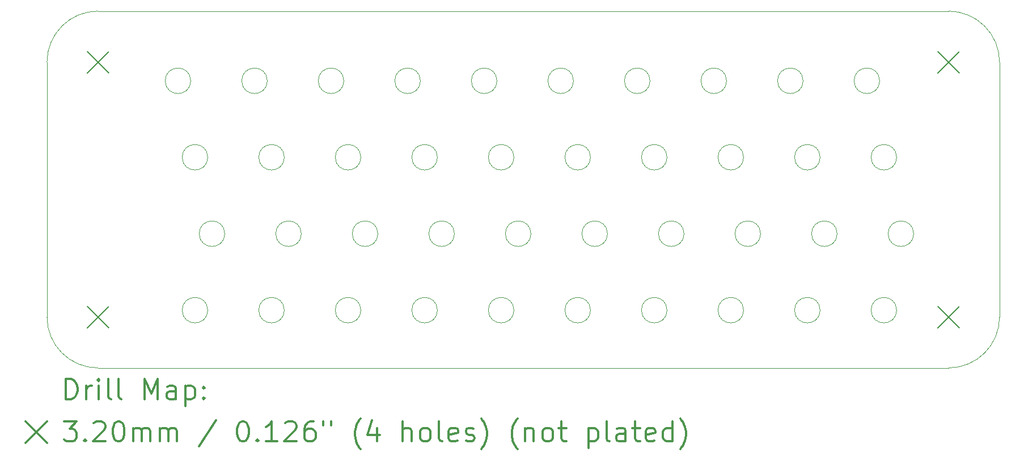
<source format=gbr>
%FSLAX45Y45*%
G04 Gerber Fmt 4.5, Leading zero omitted, Abs format (unit mm)*
G04 Created by KiCad (PCBNEW (5.1.2-1)-1) date 2023-07-30 19:34:41*
%MOMM*%
%LPD*%
G04 APERTURE LIST*
%ADD10C,0.050000*%
%ADD11C,0.200000*%
%ADD12C,0.300000*%
G04 APERTURE END LIST*
D10*
X13830300Y-10185400D02*
G75*
G03X13830300Y-10185400I-190500J0D01*
G01*
X12687300Y-10185400D02*
G75*
G03X12687300Y-10185400I-190500J0D01*
G01*
X5829300Y-12471400D02*
G75*
G03X5829300Y-12471400I-190500J0D01*
G01*
X6972300Y-12471400D02*
G75*
G03X6972300Y-12471400I-190500J0D01*
G01*
X8115300Y-12471400D02*
G75*
G03X8115300Y-12471400I-190500J0D01*
G01*
X9258300Y-12471400D02*
G75*
G03X9258300Y-12471400I-190500J0D01*
G01*
X10401300Y-12471400D02*
G75*
G03X10401300Y-12471400I-190500J0D01*
G01*
X11544300Y-12471400D02*
G75*
G03X11544300Y-12471400I-190500J0D01*
G01*
X12687300Y-12471400D02*
G75*
G03X12687300Y-12471400I-190500J0D01*
G01*
X13830300Y-12471400D02*
G75*
G03X13830300Y-12471400I-190500J0D01*
G01*
X14973300Y-12471400D02*
G75*
G03X14973300Y-12471400I-190500J0D01*
G01*
X16116300Y-12471400D02*
G75*
G03X16116300Y-12471400I-190500J0D01*
G01*
X16370300Y-11328400D02*
G75*
G03X16370300Y-11328400I-190500J0D01*
G01*
X15227300Y-11328400D02*
G75*
G03X15227300Y-11328400I-190500J0D01*
G01*
X14084300Y-11328400D02*
G75*
G03X14084300Y-11328400I-190500J0D01*
G01*
X12941300Y-11328400D02*
G75*
G03X12941300Y-11328400I-190500J0D01*
G01*
X11798300Y-11328400D02*
G75*
G03X11798300Y-11328400I-190500J0D01*
G01*
X10655300Y-11328400D02*
G75*
G03X10655300Y-11328400I-190500J0D01*
G01*
X9512300Y-11328400D02*
G75*
G03X9512300Y-11328400I-190500J0D01*
G01*
X8369300Y-11328400D02*
G75*
G03X8369300Y-11328400I-190500J0D01*
G01*
X7226300Y-11328400D02*
G75*
G03X7226300Y-11328400I-190500J0D01*
G01*
X6083300Y-11328400D02*
G75*
G03X6083300Y-11328400I-190500J0D01*
G01*
X6972300Y-10185400D02*
G75*
G03X6972300Y-10185400I-190500J0D01*
G01*
X8115300Y-10185400D02*
G75*
G03X8115300Y-10185400I-190500J0D01*
G01*
X9258300Y-10185400D02*
G75*
G03X9258300Y-10185400I-190500J0D01*
G01*
X10401300Y-10185400D02*
G75*
G03X10401300Y-10185400I-190500J0D01*
G01*
X11544300Y-10185400D02*
G75*
G03X11544300Y-10185400I-190500J0D01*
G01*
X14973300Y-10185400D02*
G75*
G03X14973300Y-10185400I-190500J0D01*
G01*
X16116300Y-10185400D02*
G75*
G03X16116300Y-10185400I-190500J0D01*
G01*
X15862300Y-9042400D02*
G75*
G03X15862300Y-9042400I-190500J0D01*
G01*
X14719300Y-9042400D02*
G75*
G03X14719300Y-9042400I-190500J0D01*
G01*
X13576300Y-9042400D02*
G75*
G03X13576300Y-9042400I-190500J0D01*
G01*
X12433300Y-9042400D02*
G75*
G03X12433300Y-9042400I-190500J0D01*
G01*
X11290300Y-9042400D02*
G75*
G03X11290300Y-9042400I-190500J0D01*
G01*
X10147300Y-9042400D02*
G75*
G03X10147300Y-9042400I-190500J0D01*
G01*
X9004300Y-9042400D02*
G75*
G03X9004300Y-9042400I-190500J0D01*
G01*
X7861300Y-9042400D02*
G75*
G03X7861300Y-9042400I-190500J0D01*
G01*
X6718300Y-9042400D02*
G75*
G03X6718300Y-9042400I-190500J0D01*
G01*
X5575300Y-9042400D02*
G75*
G03X5575300Y-9042400I-190500J0D01*
G01*
X16891000Y-13335000D02*
X4191000Y-13335000D01*
X17653000Y-8763000D02*
X17653000Y-12573000D01*
X4191000Y-8001000D02*
X16891000Y-8001000D01*
X16891000Y-8001000D02*
G75*
G02X17653000Y-8763000I0J-762000D01*
G01*
X17653000Y-12573000D02*
G75*
G02X16891000Y-13335000I-762000J0D01*
G01*
X4191000Y-13335000D02*
G75*
G02X3429000Y-12573000I0J762000D01*
G01*
X3429000Y-8763000D02*
G75*
G02X4191000Y-8001000I762000J0D01*
G01*
X5829300Y-10185400D02*
G75*
G03X5829300Y-10185400I-190500J0D01*
G01*
X3429000Y-12573000D02*
X3429000Y-8763000D01*
D11*
X4031000Y-12413000D02*
X4351000Y-12733000D01*
X4351000Y-12413000D02*
X4031000Y-12733000D01*
X16731000Y-12413000D02*
X17051000Y-12733000D01*
X17051000Y-12413000D02*
X16731000Y-12733000D01*
X16731000Y-8603000D02*
X17051000Y-8923000D01*
X17051000Y-8603000D02*
X16731000Y-8923000D01*
X4031000Y-8603000D02*
X4351000Y-8923000D01*
X4351000Y-8603000D02*
X4031000Y-8923000D01*
D12*
X3712928Y-13803214D02*
X3712928Y-13503214D01*
X3784357Y-13503214D01*
X3827214Y-13517500D01*
X3855786Y-13546071D01*
X3870071Y-13574643D01*
X3884357Y-13631786D01*
X3884357Y-13674643D01*
X3870071Y-13731786D01*
X3855786Y-13760357D01*
X3827214Y-13788929D01*
X3784357Y-13803214D01*
X3712928Y-13803214D01*
X4012928Y-13803214D02*
X4012928Y-13603214D01*
X4012928Y-13660357D02*
X4027214Y-13631786D01*
X4041500Y-13617500D01*
X4070071Y-13603214D01*
X4098643Y-13603214D01*
X4198643Y-13803214D02*
X4198643Y-13603214D01*
X4198643Y-13503214D02*
X4184357Y-13517500D01*
X4198643Y-13531786D01*
X4212928Y-13517500D01*
X4198643Y-13503214D01*
X4198643Y-13531786D01*
X4384357Y-13803214D02*
X4355786Y-13788929D01*
X4341500Y-13760357D01*
X4341500Y-13503214D01*
X4541500Y-13803214D02*
X4512928Y-13788929D01*
X4498643Y-13760357D01*
X4498643Y-13503214D01*
X4884357Y-13803214D02*
X4884357Y-13503214D01*
X4984357Y-13717500D01*
X5084357Y-13503214D01*
X5084357Y-13803214D01*
X5355786Y-13803214D02*
X5355786Y-13646071D01*
X5341500Y-13617500D01*
X5312928Y-13603214D01*
X5255786Y-13603214D01*
X5227214Y-13617500D01*
X5355786Y-13788929D02*
X5327214Y-13803214D01*
X5255786Y-13803214D01*
X5227214Y-13788929D01*
X5212928Y-13760357D01*
X5212928Y-13731786D01*
X5227214Y-13703214D01*
X5255786Y-13688929D01*
X5327214Y-13688929D01*
X5355786Y-13674643D01*
X5498643Y-13603214D02*
X5498643Y-13903214D01*
X5498643Y-13617500D02*
X5527214Y-13603214D01*
X5584357Y-13603214D01*
X5612928Y-13617500D01*
X5627214Y-13631786D01*
X5641500Y-13660357D01*
X5641500Y-13746071D01*
X5627214Y-13774643D01*
X5612928Y-13788929D01*
X5584357Y-13803214D01*
X5527214Y-13803214D01*
X5498643Y-13788929D01*
X5770071Y-13774643D02*
X5784357Y-13788929D01*
X5770071Y-13803214D01*
X5755786Y-13788929D01*
X5770071Y-13774643D01*
X5770071Y-13803214D01*
X5770071Y-13617500D02*
X5784357Y-13631786D01*
X5770071Y-13646071D01*
X5755786Y-13631786D01*
X5770071Y-13617500D01*
X5770071Y-13646071D01*
X3106500Y-14137500D02*
X3426500Y-14457500D01*
X3426500Y-14137500D02*
X3106500Y-14457500D01*
X3684357Y-14133214D02*
X3870071Y-14133214D01*
X3770071Y-14247500D01*
X3812928Y-14247500D01*
X3841500Y-14261786D01*
X3855786Y-14276071D01*
X3870071Y-14304643D01*
X3870071Y-14376071D01*
X3855786Y-14404643D01*
X3841500Y-14418929D01*
X3812928Y-14433214D01*
X3727214Y-14433214D01*
X3698643Y-14418929D01*
X3684357Y-14404643D01*
X3998643Y-14404643D02*
X4012928Y-14418929D01*
X3998643Y-14433214D01*
X3984357Y-14418929D01*
X3998643Y-14404643D01*
X3998643Y-14433214D01*
X4127214Y-14161786D02*
X4141500Y-14147500D01*
X4170071Y-14133214D01*
X4241500Y-14133214D01*
X4270071Y-14147500D01*
X4284357Y-14161786D01*
X4298643Y-14190357D01*
X4298643Y-14218929D01*
X4284357Y-14261786D01*
X4112928Y-14433214D01*
X4298643Y-14433214D01*
X4484357Y-14133214D02*
X4512928Y-14133214D01*
X4541500Y-14147500D01*
X4555786Y-14161786D01*
X4570071Y-14190357D01*
X4584357Y-14247500D01*
X4584357Y-14318929D01*
X4570071Y-14376071D01*
X4555786Y-14404643D01*
X4541500Y-14418929D01*
X4512928Y-14433214D01*
X4484357Y-14433214D01*
X4455786Y-14418929D01*
X4441500Y-14404643D01*
X4427214Y-14376071D01*
X4412928Y-14318929D01*
X4412928Y-14247500D01*
X4427214Y-14190357D01*
X4441500Y-14161786D01*
X4455786Y-14147500D01*
X4484357Y-14133214D01*
X4712928Y-14433214D02*
X4712928Y-14233214D01*
X4712928Y-14261786D02*
X4727214Y-14247500D01*
X4755786Y-14233214D01*
X4798643Y-14233214D01*
X4827214Y-14247500D01*
X4841500Y-14276071D01*
X4841500Y-14433214D01*
X4841500Y-14276071D02*
X4855786Y-14247500D01*
X4884357Y-14233214D01*
X4927214Y-14233214D01*
X4955786Y-14247500D01*
X4970071Y-14276071D01*
X4970071Y-14433214D01*
X5112928Y-14433214D02*
X5112928Y-14233214D01*
X5112928Y-14261786D02*
X5127214Y-14247500D01*
X5155786Y-14233214D01*
X5198643Y-14233214D01*
X5227214Y-14247500D01*
X5241500Y-14276071D01*
X5241500Y-14433214D01*
X5241500Y-14276071D02*
X5255786Y-14247500D01*
X5284357Y-14233214D01*
X5327214Y-14233214D01*
X5355786Y-14247500D01*
X5370071Y-14276071D01*
X5370071Y-14433214D01*
X5955786Y-14118929D02*
X5698643Y-14504643D01*
X6341500Y-14133214D02*
X6370071Y-14133214D01*
X6398643Y-14147500D01*
X6412928Y-14161786D01*
X6427214Y-14190357D01*
X6441500Y-14247500D01*
X6441500Y-14318929D01*
X6427214Y-14376071D01*
X6412928Y-14404643D01*
X6398643Y-14418929D01*
X6370071Y-14433214D01*
X6341500Y-14433214D01*
X6312928Y-14418929D01*
X6298643Y-14404643D01*
X6284357Y-14376071D01*
X6270071Y-14318929D01*
X6270071Y-14247500D01*
X6284357Y-14190357D01*
X6298643Y-14161786D01*
X6312928Y-14147500D01*
X6341500Y-14133214D01*
X6570071Y-14404643D02*
X6584357Y-14418929D01*
X6570071Y-14433214D01*
X6555786Y-14418929D01*
X6570071Y-14404643D01*
X6570071Y-14433214D01*
X6870071Y-14433214D02*
X6698643Y-14433214D01*
X6784357Y-14433214D02*
X6784357Y-14133214D01*
X6755786Y-14176071D01*
X6727214Y-14204643D01*
X6698643Y-14218929D01*
X6984357Y-14161786D02*
X6998643Y-14147500D01*
X7027214Y-14133214D01*
X7098643Y-14133214D01*
X7127214Y-14147500D01*
X7141500Y-14161786D01*
X7155786Y-14190357D01*
X7155786Y-14218929D01*
X7141500Y-14261786D01*
X6970071Y-14433214D01*
X7155786Y-14433214D01*
X7412928Y-14133214D02*
X7355786Y-14133214D01*
X7327214Y-14147500D01*
X7312928Y-14161786D01*
X7284357Y-14204643D01*
X7270071Y-14261786D01*
X7270071Y-14376071D01*
X7284357Y-14404643D01*
X7298643Y-14418929D01*
X7327214Y-14433214D01*
X7384357Y-14433214D01*
X7412928Y-14418929D01*
X7427214Y-14404643D01*
X7441500Y-14376071D01*
X7441500Y-14304643D01*
X7427214Y-14276071D01*
X7412928Y-14261786D01*
X7384357Y-14247500D01*
X7327214Y-14247500D01*
X7298643Y-14261786D01*
X7284357Y-14276071D01*
X7270071Y-14304643D01*
X7555786Y-14133214D02*
X7555786Y-14190357D01*
X7670071Y-14133214D02*
X7670071Y-14190357D01*
X8112928Y-14547500D02*
X8098643Y-14533214D01*
X8070071Y-14490357D01*
X8055786Y-14461786D01*
X8041500Y-14418929D01*
X8027214Y-14347500D01*
X8027214Y-14290357D01*
X8041500Y-14218929D01*
X8055786Y-14176071D01*
X8070071Y-14147500D01*
X8098643Y-14104643D01*
X8112928Y-14090357D01*
X8355786Y-14233214D02*
X8355786Y-14433214D01*
X8284357Y-14118929D02*
X8212928Y-14333214D01*
X8398643Y-14333214D01*
X8741500Y-14433214D02*
X8741500Y-14133214D01*
X8870071Y-14433214D02*
X8870071Y-14276071D01*
X8855786Y-14247500D01*
X8827214Y-14233214D01*
X8784357Y-14233214D01*
X8755786Y-14247500D01*
X8741500Y-14261786D01*
X9055786Y-14433214D02*
X9027214Y-14418929D01*
X9012928Y-14404643D01*
X8998643Y-14376071D01*
X8998643Y-14290357D01*
X9012928Y-14261786D01*
X9027214Y-14247500D01*
X9055786Y-14233214D01*
X9098643Y-14233214D01*
X9127214Y-14247500D01*
X9141500Y-14261786D01*
X9155786Y-14290357D01*
X9155786Y-14376071D01*
X9141500Y-14404643D01*
X9127214Y-14418929D01*
X9098643Y-14433214D01*
X9055786Y-14433214D01*
X9327214Y-14433214D02*
X9298643Y-14418929D01*
X9284357Y-14390357D01*
X9284357Y-14133214D01*
X9555786Y-14418929D02*
X9527214Y-14433214D01*
X9470071Y-14433214D01*
X9441500Y-14418929D01*
X9427214Y-14390357D01*
X9427214Y-14276071D01*
X9441500Y-14247500D01*
X9470071Y-14233214D01*
X9527214Y-14233214D01*
X9555786Y-14247500D01*
X9570071Y-14276071D01*
X9570071Y-14304643D01*
X9427214Y-14333214D01*
X9684357Y-14418929D02*
X9712928Y-14433214D01*
X9770071Y-14433214D01*
X9798643Y-14418929D01*
X9812928Y-14390357D01*
X9812928Y-14376071D01*
X9798643Y-14347500D01*
X9770071Y-14333214D01*
X9727214Y-14333214D01*
X9698643Y-14318929D01*
X9684357Y-14290357D01*
X9684357Y-14276071D01*
X9698643Y-14247500D01*
X9727214Y-14233214D01*
X9770071Y-14233214D01*
X9798643Y-14247500D01*
X9912928Y-14547500D02*
X9927214Y-14533214D01*
X9955786Y-14490357D01*
X9970071Y-14461786D01*
X9984357Y-14418929D01*
X9998643Y-14347500D01*
X9998643Y-14290357D01*
X9984357Y-14218929D01*
X9970071Y-14176071D01*
X9955786Y-14147500D01*
X9927214Y-14104643D01*
X9912928Y-14090357D01*
X10455786Y-14547500D02*
X10441500Y-14533214D01*
X10412928Y-14490357D01*
X10398643Y-14461786D01*
X10384357Y-14418929D01*
X10370071Y-14347500D01*
X10370071Y-14290357D01*
X10384357Y-14218929D01*
X10398643Y-14176071D01*
X10412928Y-14147500D01*
X10441500Y-14104643D01*
X10455786Y-14090357D01*
X10570071Y-14233214D02*
X10570071Y-14433214D01*
X10570071Y-14261786D02*
X10584357Y-14247500D01*
X10612928Y-14233214D01*
X10655786Y-14233214D01*
X10684357Y-14247500D01*
X10698643Y-14276071D01*
X10698643Y-14433214D01*
X10884357Y-14433214D02*
X10855786Y-14418929D01*
X10841500Y-14404643D01*
X10827214Y-14376071D01*
X10827214Y-14290357D01*
X10841500Y-14261786D01*
X10855786Y-14247500D01*
X10884357Y-14233214D01*
X10927214Y-14233214D01*
X10955786Y-14247500D01*
X10970071Y-14261786D01*
X10984357Y-14290357D01*
X10984357Y-14376071D01*
X10970071Y-14404643D01*
X10955786Y-14418929D01*
X10927214Y-14433214D01*
X10884357Y-14433214D01*
X11070071Y-14233214D02*
X11184357Y-14233214D01*
X11112928Y-14133214D02*
X11112928Y-14390357D01*
X11127214Y-14418929D01*
X11155786Y-14433214D01*
X11184357Y-14433214D01*
X11512928Y-14233214D02*
X11512928Y-14533214D01*
X11512928Y-14247500D02*
X11541500Y-14233214D01*
X11598643Y-14233214D01*
X11627214Y-14247500D01*
X11641500Y-14261786D01*
X11655786Y-14290357D01*
X11655786Y-14376071D01*
X11641500Y-14404643D01*
X11627214Y-14418929D01*
X11598643Y-14433214D01*
X11541500Y-14433214D01*
X11512928Y-14418929D01*
X11827214Y-14433214D02*
X11798643Y-14418929D01*
X11784357Y-14390357D01*
X11784357Y-14133214D01*
X12070071Y-14433214D02*
X12070071Y-14276071D01*
X12055786Y-14247500D01*
X12027214Y-14233214D01*
X11970071Y-14233214D01*
X11941500Y-14247500D01*
X12070071Y-14418929D02*
X12041500Y-14433214D01*
X11970071Y-14433214D01*
X11941500Y-14418929D01*
X11927214Y-14390357D01*
X11927214Y-14361786D01*
X11941500Y-14333214D01*
X11970071Y-14318929D01*
X12041500Y-14318929D01*
X12070071Y-14304643D01*
X12170071Y-14233214D02*
X12284357Y-14233214D01*
X12212928Y-14133214D02*
X12212928Y-14390357D01*
X12227214Y-14418929D01*
X12255786Y-14433214D01*
X12284357Y-14433214D01*
X12498643Y-14418929D02*
X12470071Y-14433214D01*
X12412928Y-14433214D01*
X12384357Y-14418929D01*
X12370071Y-14390357D01*
X12370071Y-14276071D01*
X12384357Y-14247500D01*
X12412928Y-14233214D01*
X12470071Y-14233214D01*
X12498643Y-14247500D01*
X12512928Y-14276071D01*
X12512928Y-14304643D01*
X12370071Y-14333214D01*
X12770071Y-14433214D02*
X12770071Y-14133214D01*
X12770071Y-14418929D02*
X12741500Y-14433214D01*
X12684357Y-14433214D01*
X12655786Y-14418929D01*
X12641500Y-14404643D01*
X12627214Y-14376071D01*
X12627214Y-14290357D01*
X12641500Y-14261786D01*
X12655786Y-14247500D01*
X12684357Y-14233214D01*
X12741500Y-14233214D01*
X12770071Y-14247500D01*
X12884357Y-14547500D02*
X12898643Y-14533214D01*
X12927214Y-14490357D01*
X12941500Y-14461786D01*
X12955786Y-14418929D01*
X12970071Y-14347500D01*
X12970071Y-14290357D01*
X12955786Y-14218929D01*
X12941500Y-14176071D01*
X12927214Y-14147500D01*
X12898643Y-14104643D01*
X12884357Y-14090357D01*
M02*

</source>
